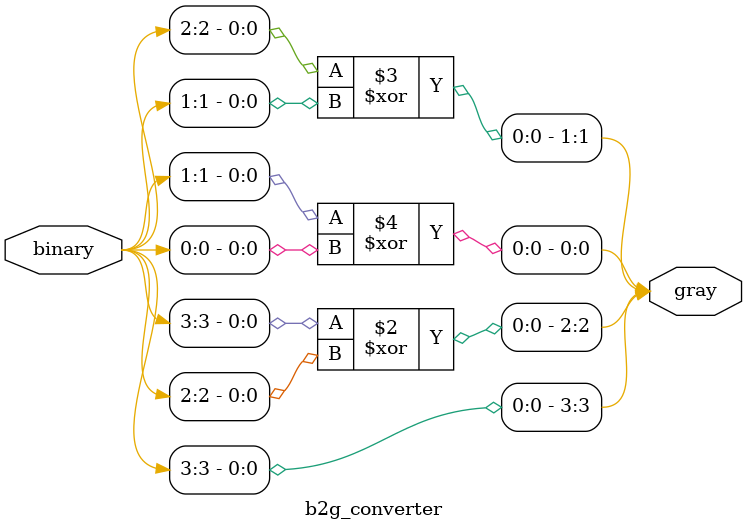
<source format=v>
`timescale 1ns / 1ps
module b2g_converter (
    input wire [3:0] binary,
    output reg [3:0] gray
);

    always @(*) begin
        gray[3] = binary[3];
        gray[2] = binary[3] ^ binary[2];
        gray[1] = binary[2] ^ binary[1];
        gray[0] = binary[1] ^ binary[0];
    end

endmodule

</source>
